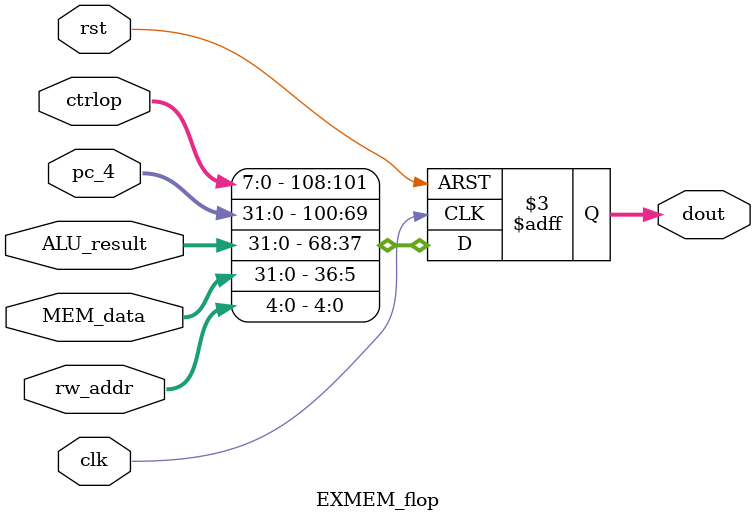
<source format=v>
module EXMEM_flop(ctrlop,pc_4,ALU_result,MEM_data,rw_addr,dout,clk,rst);

  input [7:0] ctrlop;
  input [31:0] pc_4;
  input [31:0] ALU_result;
  input [31:0] MEM_data;
  input [4:0] rw_addr;
  input clk,rst;
  output reg [108:0] dout;

always@(posedge clk or posedge rst)
  if(rst == 1)
    dout = 109'b0;
  else
    dout = {ctrlop,pc_4,ALU_result,MEM_data,rw_addr};

endmodule
</source>
